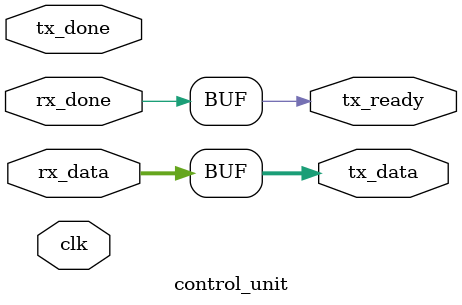
<source format=sv>
`timescale 1ns / 1ps

module uart_stream(
  input        clock,
  output[7:0]  LED,
  input        i_uart_rx,
  output       o_uart_tx
  //add reset?
);

    wire rx_dv, tx_dv;
    wire tx_active, tx_serial;
    wire[7:0] rx_data, tx_data;
    
    uart_rx #(.CLKS_PER_BIT(10417)) uart_rx_inst
    (.clock(clock),
     .uart_rx(i_uart_rx),
     .rx_dv(rx_dv),
     .rx_data(rx_data));
     
    //Control input output behavior with control unit
//    control_unit UART_CU
//    (
//    .clk(clock),
//    .rx_done(rx_dv),
//    .tx_done(tx_dv),
//    .rx_data(rx_data),
//    .tx_data(tx_data),
//    .tx_ready(tx_start)
//    );

    //Control input output behavior with control unit
    command_processor UART_CU
    (
        .clk(clock),
        .reset(),
        .rx_data(rx_data),
        .rx_data_ready(rx_dv),
        .process_rng(),
        .custom_seed(),
        .set_custom_seed(),
        .get_seed(),
        .tx_data(tx_data),
        .tx_data_valid(tx_start)  
    );
    
    uart_tx #(.CLKS_PER_BIT(10417)) uart_tx_inst
    (.clock(clock),
     .tx_dv(tx_start),
     .tx_data(tx_data),
     .tx_active(tx_active),
     .tx_serial(tx_serial),
     .tx_done(tx_dv));
    
    assign o_uart_tx = tx_active ? tx_serial : 1'b1; 
    
    // display data on LEDs  
    reg [7:0]  led_reg; 
    
    always @ (posedge clock)
    begin
    led_reg <= rx_data;
    end
    
    assign LED = led_reg;

endmodule

module control_unit
    #(
        parameter   DBITS = 8          // number of data bits in a data word
    )
    (
        input clk,
        input rx_done,
        input tx_done,
        input [DBITS-1:0] rx_data,
        output logic [DBITS-1:0] tx_data,
        output logic tx_ready
    );
    
    //pass through
    assign tx_ready = rx_done;
    assign tx_data = rx_data;
    
    // Connection Signals
    //logic read_in_rx;
//    logic analyze_data;
//    logic [DBITS-1:0] read_data; 
    
//    //Internal Logic
//    always @(posedge clk, posedge reset)
//        if(reset) begin
//            //read_in_rx <= 1'b0;
//            analyze_data <= 1'b0;
//            read_data  <= 8'b0;
//            tx_data <= 8'b0;
//            tx_ready <= 1'b0;
//        end
       
    //when data is ready, read into holding place and analyze it
    //when transmit is done, reset transmit ready
//    always @(posedge clk) begin
//        if(rx_done) begin
//            //read_in_rx = 1'b1;
//            analyze_data <= 1'b1;
//            read_data <= rx_data;
//        end
        
//        if(tx_done) begin
//            tx_ready <= 1'b0; 
//        end
        
//    end 
//    //analyze data read and determine next action
//    always @(posedge clk)
//        if(analyze_data) begin
//            tx_data <= read_data;
//            case (read_data)
//                8'h00: tx_ready = 1'b0; // Null value read, nothing to transmit
//                default:tx_ready = 1'b1; // If anything else, propogate it
//            endcase
            
//            analyze_data <= 1'b0;
//        end

    //transmit proper data based on analysis of data read in (select data and set ready signal)
    // more to come later
    
    
endmodule 
</source>
